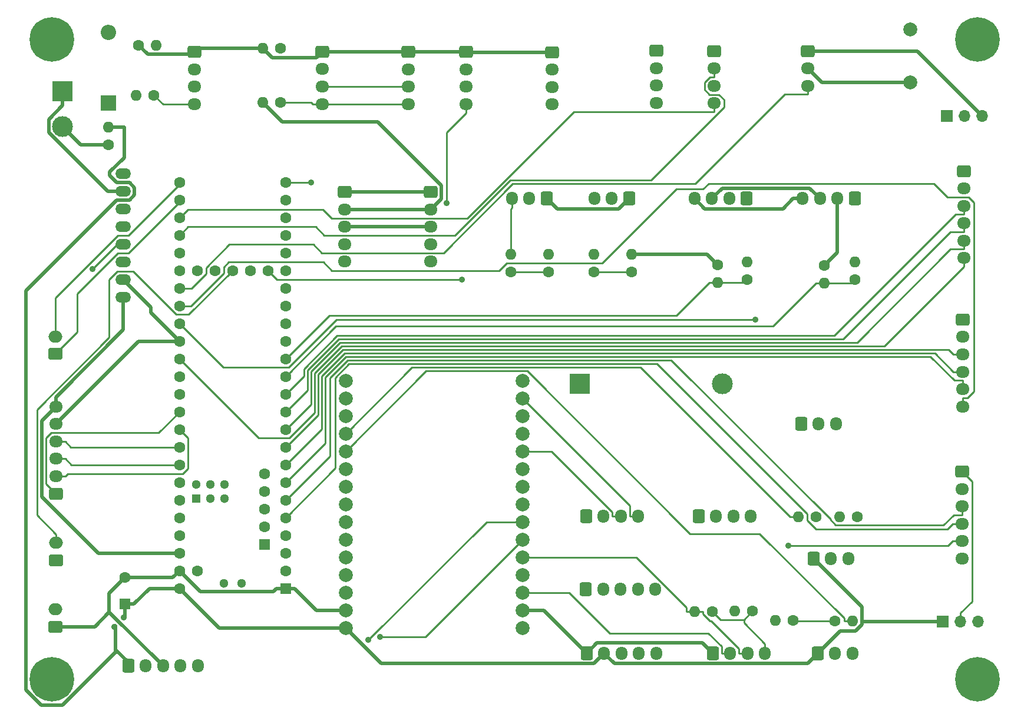
<source format=gtl>
%TF.GenerationSoftware,KiCad,Pcbnew,(6.0.5)*%
%TF.CreationDate,2022-06-17T21:53:16+02:00*%
%TF.ProjectId,Teensy_MainPCB,5465656e-7379-45f4-9d61-696e5043422e,rev?*%
%TF.SameCoordinates,Original*%
%TF.FileFunction,Copper,L1,Top*%
%TF.FilePolarity,Positive*%
%FSLAX46Y46*%
G04 Gerber Fmt 4.6, Leading zero omitted, Abs format (unit mm)*
G04 Created by KiCad (PCBNEW (6.0.5)) date 2022-06-17 21:53:16*
%MOMM*%
%LPD*%
G01*
G04 APERTURE LIST*
G04 Aperture macros list*
%AMRoundRect*
0 Rectangle with rounded corners*
0 $1 Rounding radius*
0 $2 $3 $4 $5 $6 $7 $8 $9 X,Y pos of 4 corners*
0 Add a 4 corners polygon primitive as box body*
4,1,4,$2,$3,$4,$5,$6,$7,$8,$9,$2,$3,0*
0 Add four circle primitives for the rounded corners*
1,1,$1+$1,$2,$3*
1,1,$1+$1,$4,$5*
1,1,$1+$1,$6,$7*
1,1,$1+$1,$8,$9*
0 Add four rect primitives between the rounded corners*
20,1,$1+$1,$2,$3,$4,$5,0*
20,1,$1+$1,$4,$5,$6,$7,0*
20,1,$1+$1,$6,$7,$8,$9,0*
20,1,$1+$1,$8,$9,$2,$3,0*%
G04 Aperture macros list end*
%TA.AperFunction,ComponentPad*%
%ADD10RoundRect,0.250000X-0.725000X0.600000X-0.725000X-0.600000X0.725000X-0.600000X0.725000X0.600000X0*%
%TD*%
%TA.AperFunction,ComponentPad*%
%ADD11O,1.950000X1.700000*%
%TD*%
%TA.AperFunction,ComponentPad*%
%ADD12RoundRect,0.250000X0.600000X0.725000X-0.600000X0.725000X-0.600000X-0.725000X0.600000X-0.725000X0*%
%TD*%
%TA.AperFunction,ComponentPad*%
%ADD13O,1.700000X1.950000*%
%TD*%
%TA.AperFunction,ComponentPad*%
%ADD14RoundRect,0.250000X0.725000X-0.600000X0.725000X0.600000X-0.725000X0.600000X-0.725000X-0.600000X0*%
%TD*%
%TA.AperFunction,ComponentPad*%
%ADD15C,1.600000*%
%TD*%
%TA.AperFunction,ComponentPad*%
%ADD16O,1.600000X1.600000*%
%TD*%
%TA.AperFunction,ComponentPad*%
%ADD17C,2.000000*%
%TD*%
%TA.AperFunction,ComponentPad*%
%ADD18RoundRect,0.250000X-0.600000X-0.725000X0.600000X-0.725000X0.600000X0.725000X-0.600000X0.725000X0*%
%TD*%
%TA.AperFunction,ConnectorPad*%
%ADD19C,6.400000*%
%TD*%
%TA.AperFunction,ComponentPad*%
%ADD20C,3.600000*%
%TD*%
%TA.AperFunction,CastellatedPad*%
%ADD21R,3.000000X3.000000*%
%TD*%
%TA.AperFunction,ComponentPad*%
%ADD22C,3.000000*%
%TD*%
%TA.AperFunction,ComponentPad*%
%ADD23O,2.268000X1.524000*%
%TD*%
%TA.AperFunction,ComponentPad*%
%ADD24RoundRect,0.250000X0.750000X-0.600000X0.750000X0.600000X-0.750000X0.600000X-0.750000X-0.600000X0*%
%TD*%
%TA.AperFunction,ComponentPad*%
%ADD25O,2.000000X1.700000*%
%TD*%
%TA.AperFunction,ComponentPad*%
%ADD26R,3.000000X3.000000*%
%TD*%
%TA.AperFunction,ComponentPad*%
%ADD27R,1.600000X1.600000*%
%TD*%
%TA.AperFunction,ComponentPad*%
%ADD28R,1.300000X1.300000*%
%TD*%
%TA.AperFunction,ComponentPad*%
%ADD29C,1.300000*%
%TD*%
%TA.AperFunction,ComponentPad*%
%ADD30O,2.200000X2.200000*%
%TD*%
%TA.AperFunction,ComponentPad*%
%ADD31R,2.200000X2.200000*%
%TD*%
%TA.AperFunction,ComponentPad*%
%ADD32R,1.700000X1.700000*%
%TD*%
%TA.AperFunction,ComponentPad*%
%ADD33O,1.700000X1.700000*%
%TD*%
%TA.AperFunction,ViaPad*%
%ADD34C,0.889000*%
%TD*%
%TA.AperFunction,Conductor*%
%ADD35C,0.508000*%
%TD*%
%TA.AperFunction,Conductor*%
%ADD36C,0.254000*%
%TD*%
G04 APERTURE END LIST*
D10*
X102515000Y-39790000D03*
D11*
X102515000Y-42290000D03*
X102515000Y-44790000D03*
X102515000Y-47290000D03*
D10*
X138160000Y-39660000D03*
D11*
X138160000Y-42160000D03*
X138160000Y-44660000D03*
X138160000Y-47160000D03*
D10*
X129825000Y-39620000D03*
D11*
X129825000Y-42120000D03*
X129825000Y-44620000D03*
X129825000Y-47120000D03*
D12*
X114089800Y-60828700D03*
D13*
X111589800Y-60828700D03*
X109089800Y-60828700D03*
D12*
X125950000Y-60850000D03*
D13*
X123450000Y-60850000D03*
X120950000Y-60850000D03*
D10*
X63450000Y-39780000D03*
D11*
X63450000Y-42280000D03*
X63450000Y-44780000D03*
X63450000Y-47280000D03*
D10*
X81820000Y-39750000D03*
D11*
X81820000Y-42250000D03*
X81820000Y-44750000D03*
X81820000Y-47250000D03*
D14*
X43535000Y-103300000D03*
D11*
X43535000Y-100800000D03*
X43535000Y-98300000D03*
X43535000Y-95800000D03*
X43535000Y-93300000D03*
X43535000Y-90800000D03*
D15*
X142850000Y-72515000D03*
D16*
X142850000Y-69975000D03*
D15*
X158380000Y-72560000D03*
D16*
X158380000Y-70020000D03*
D15*
X108950000Y-71395000D03*
D16*
X108950000Y-68855000D03*
D15*
X120910000Y-71405000D03*
D16*
X120910000Y-68865000D03*
D17*
X166340000Y-44159840D03*
X166340000Y-36560160D03*
D18*
X53950000Y-128075000D03*
D13*
X56450000Y-128075000D03*
X58950000Y-128075000D03*
X61450000Y-128075000D03*
X63950000Y-128075000D03*
D18*
X137945000Y-126270000D03*
D13*
X140445000Y-126270000D03*
X142945000Y-126270000D03*
X145445000Y-126270000D03*
D15*
X153960000Y-70500000D03*
D16*
X153960000Y-73040000D03*
D15*
X126320000Y-71435000D03*
D16*
X126320000Y-68895000D03*
D19*
X43010000Y-37940000D03*
D20*
X43010000Y-37940000D03*
D19*
X176000000Y-38000000D03*
D20*
X176000000Y-38000000D03*
X176000000Y-130000000D03*
D19*
X176000000Y-130000000D03*
X43000000Y-130000000D03*
D20*
X43000000Y-130000000D03*
D10*
X174075000Y-56900000D03*
D11*
X174075000Y-59400000D03*
X174075000Y-61900000D03*
X174075000Y-64400000D03*
X174075000Y-66900000D03*
X174075000Y-69400000D03*
D17*
X85200000Y-87080000D03*
X85200000Y-89620000D03*
X85200000Y-92160000D03*
X85200000Y-94700000D03*
X85200000Y-97240000D03*
X85200000Y-99780000D03*
X85200000Y-102320000D03*
X85200000Y-104860000D03*
X85200000Y-107400000D03*
X85200000Y-109940000D03*
X85200000Y-112480000D03*
X85200000Y-115020000D03*
X85200000Y-117560000D03*
X85200000Y-120100000D03*
X85200000Y-122640000D03*
X110600000Y-122640000D03*
X110600000Y-120100000D03*
X110600000Y-117560000D03*
X110600000Y-115020000D03*
X110600000Y-112480000D03*
X110600000Y-109940000D03*
X110600000Y-107400000D03*
X110600000Y-104860000D03*
X110600000Y-102320000D03*
X110600000Y-99780000D03*
X110600000Y-97240000D03*
X110600000Y-94700000D03*
X110600000Y-92160000D03*
X110600000Y-89620000D03*
X110600000Y-87080000D03*
D21*
X44550000Y-45440000D03*
D22*
X44550000Y-50520000D03*
D12*
X142830000Y-60855000D03*
D13*
X140330000Y-60855000D03*
X137830000Y-60855000D03*
X135330000Y-60855000D03*
D12*
X158370000Y-60850000D03*
D13*
X155870000Y-60850000D03*
X153370000Y-60850000D03*
X150870000Y-60850000D03*
D10*
X114855000Y-39800000D03*
D11*
X114855000Y-42300000D03*
X114855000Y-44800000D03*
X114855000Y-47300000D03*
D15*
X57665000Y-45980000D03*
D16*
X55125000Y-45980000D03*
D15*
X75795000Y-47030000D03*
D16*
X73255000Y-47030000D03*
X51130000Y-50600000D03*
D15*
X51130000Y-53140000D03*
X75865000Y-39270000D03*
D16*
X73325000Y-39270000D03*
D15*
X138640000Y-70420000D03*
D16*
X138640000Y-72960000D03*
D15*
X114350000Y-71445000D03*
D16*
X114350000Y-68905000D03*
D23*
X53235900Y-75062100D03*
X53235900Y-72522100D03*
X53235900Y-69982100D03*
X53235900Y-67442100D03*
X53235900Y-64902100D03*
X53235900Y-62362100D03*
X53235900Y-59822100D03*
X53235900Y-57282100D03*
D10*
X151575000Y-39630000D03*
D11*
X151575000Y-42130000D03*
X151575000Y-44630000D03*
D24*
X43510000Y-83190000D03*
D25*
X43510000Y-80690000D03*
D26*
X118807600Y-87490000D03*
D22*
X139297600Y-87490000D03*
D18*
X150670000Y-93285000D03*
D13*
X153170000Y-93285000D03*
X155670000Y-93285000D03*
D18*
X119845000Y-126265000D03*
D13*
X122345000Y-126265000D03*
X124845000Y-126265000D03*
X127345000Y-126265000D03*
X129845000Y-126265000D03*
D18*
X152455000Y-112615000D03*
D13*
X154955000Y-112615000D03*
X157455000Y-112615000D03*
D24*
X43565000Y-112880000D03*
D25*
X43565000Y-110380000D03*
D18*
X153035000Y-126325000D03*
D13*
X155535000Y-126325000D03*
X158035000Y-126325000D03*
D18*
X135915000Y-106525000D03*
D13*
X138415000Y-106525000D03*
X140915000Y-106525000D03*
X143415000Y-106525000D03*
D10*
X97430000Y-59910000D03*
D11*
X97430000Y-62410000D03*
X97430000Y-64910000D03*
X97430000Y-67410000D03*
X97430000Y-69910000D03*
D10*
X173820000Y-100120000D03*
D11*
X173820000Y-102620000D03*
X173820000Y-105120000D03*
X173820000Y-107620000D03*
X173820000Y-110120000D03*
X173820000Y-112620000D03*
D15*
X158695000Y-106625000D03*
D16*
X156155000Y-106625000D03*
D15*
X149485000Y-121540000D03*
D16*
X146945000Y-121540000D03*
D10*
X173920000Y-78270000D03*
D11*
X173920000Y-80770000D03*
X173920000Y-83270000D03*
X173920000Y-85770000D03*
X173920000Y-88270000D03*
X173920000Y-90770000D03*
D18*
X119735000Y-106565000D03*
D13*
X122235000Y-106565000D03*
X124735000Y-106565000D03*
X127235000Y-106565000D03*
D15*
X152775000Y-106655000D03*
D16*
X150235000Y-106655000D03*
D15*
X155470000Y-121600000D03*
D16*
X158010000Y-121600000D03*
D15*
X143650000Y-120210000D03*
D16*
X141110000Y-120210000D03*
D15*
X137910000Y-120270000D03*
D16*
X135370000Y-120270000D03*
D27*
X76570000Y-116945000D03*
D15*
X76570000Y-114405000D03*
X76570000Y-111865000D03*
X76570000Y-109325000D03*
X76570000Y-106785000D03*
X76570000Y-104245000D03*
X76570000Y-101705000D03*
X76570000Y-99165000D03*
X76570000Y-96625000D03*
X76570000Y-94085000D03*
X76570000Y-91545000D03*
X76570000Y-89005000D03*
X76570000Y-86465000D03*
X76570000Y-83925000D03*
X76570000Y-81385000D03*
X76570000Y-78845000D03*
X76570000Y-76305000D03*
X76570000Y-73765000D03*
X76570000Y-71225000D03*
X76570000Y-68685000D03*
X76570000Y-66145000D03*
X76570000Y-63605000D03*
X76570000Y-61065000D03*
X76570000Y-58525000D03*
X61330000Y-58525000D03*
X61330000Y-61065000D03*
X61330000Y-63605000D03*
X61330000Y-66145000D03*
X61330000Y-68685000D03*
X61330000Y-71225000D03*
X61330000Y-73765000D03*
X61330000Y-76305000D03*
X61330000Y-78845000D03*
X61330000Y-81385000D03*
X61330000Y-83925000D03*
X61330000Y-86465000D03*
X61330000Y-89005000D03*
X61330000Y-91545000D03*
X61330000Y-94085000D03*
X61330000Y-96625000D03*
X61330000Y-99165000D03*
X61330000Y-101705000D03*
X61330000Y-104245000D03*
X61330000Y-106785000D03*
X61330000Y-109325000D03*
X61330000Y-111865000D03*
X61330000Y-114405000D03*
X61330000Y-116945000D03*
X63870000Y-114405000D03*
X74030000Y-71225000D03*
X71490000Y-71225000D03*
X68950000Y-71225000D03*
X66410000Y-71225000D03*
X63870000Y-71225000D03*
D27*
X73519200Y-110645800D03*
D15*
X73519200Y-108105800D03*
X73519200Y-105565800D03*
X73519200Y-103025800D03*
X73519200Y-100485800D03*
D28*
X63768400Y-103975000D03*
D29*
X65768400Y-103975000D03*
X67768400Y-103975000D03*
X67768400Y-101975000D03*
X65768400Y-101975000D03*
X63768400Y-101975000D03*
X67680000Y-116215000D03*
X70220000Y-116215000D03*
D30*
X51130000Y-36950000D03*
D31*
X51130000Y-47110000D03*
D10*
X94180000Y-39780000D03*
D11*
X94180000Y-42280000D03*
X94180000Y-44780000D03*
X94180000Y-47280000D03*
D15*
X55455000Y-38780000D03*
D16*
X57995000Y-38780000D03*
D32*
X171020000Y-121700000D03*
D33*
X173560000Y-121700000D03*
X176100000Y-121700000D03*
D32*
X171567000Y-48952500D03*
D33*
X174107000Y-48952500D03*
X176647000Y-48952500D03*
D10*
X85095000Y-59930000D03*
D11*
X85095000Y-62430000D03*
X85095000Y-64930000D03*
X85095000Y-67430000D03*
X85095000Y-69930000D03*
D18*
X119695000Y-117070000D03*
D13*
X122195000Y-117070000D03*
X124695000Y-117070000D03*
X127195000Y-117070000D03*
X129695000Y-117070000D03*
D24*
X43470000Y-122440000D03*
D25*
X43470000Y-119940000D03*
D27*
X53470000Y-119200000D03*
D15*
X53470000Y-115400000D03*
D34*
X53310666Y-121089334D03*
X51985310Y-122456642D03*
X80251500Y-58525000D03*
X144083600Y-78276900D03*
X101931300Y-72495000D03*
X90160700Y-123909900D03*
X88489000Y-124357200D03*
X148784300Y-110807500D03*
X99684900Y-61526200D03*
X48792100Y-70993700D03*
D35*
X51130000Y-50600000D02*
X53390000Y-50600000D01*
X53950000Y-127580000D02*
X52120000Y-125750000D01*
X53950000Y-128075000D02*
X53950000Y-127580000D01*
X52120000Y-126123213D02*
X52120000Y-125750000D01*
X52120000Y-125750000D02*
X52120000Y-122321952D01*
X53470000Y-120930000D02*
X53310666Y-121089334D01*
X53470000Y-120500000D02*
X53470000Y-120930000D01*
X53470000Y-119200000D02*
X53470000Y-120500000D01*
X52120000Y-122321952D02*
X51985310Y-122456642D01*
X44535702Y-133707511D02*
X52120000Y-126123213D01*
X41464298Y-133707511D02*
X44535702Y-133707511D01*
X39292489Y-131535702D02*
X41464298Y-133707511D01*
X39292489Y-74127511D02*
X39292489Y-131535702D01*
X54133752Y-61091620D02*
X52328380Y-61091620D01*
X52328380Y-61091620D02*
X39292489Y-74127511D01*
X54877420Y-60347952D02*
X54133752Y-61091620D01*
X54877420Y-59296248D02*
X54877420Y-60347952D01*
X54133752Y-58552580D02*
X54877420Y-59296248D01*
X52338048Y-58552580D02*
X54133752Y-58552580D01*
X51303632Y-57518164D02*
X52338048Y-58552580D01*
X51303632Y-57046996D02*
X51303632Y-57518164D01*
X53390000Y-54960628D02*
X51303632Y-57046996D01*
X53390000Y-50600000D02*
X53390000Y-54960628D01*
X119845000Y-126265000D02*
X113680000Y-120100000D01*
X121332800Y-124777200D02*
X119845000Y-126265000D01*
X137945000Y-126270000D02*
X136452200Y-124777200D01*
X166340000Y-44159800D02*
X153604800Y-44159800D01*
X153960000Y-70500000D02*
X155870000Y-68590000D01*
X155870000Y-68590000D02*
X155870000Y-60850000D01*
X153604800Y-44159800D02*
X151575000Y-42130000D01*
D36*
X174075000Y-69400000D02*
X174075000Y-70631300D01*
X72703600Y-95298600D02*
X61330000Y-83925000D01*
X77086000Y-95298600D02*
X72703600Y-95298600D01*
X80708300Y-91676300D02*
X77086000Y-95298600D01*
X80708300Y-85978700D02*
X80708300Y-91676300D01*
X84616600Y-82070400D02*
X80708300Y-85978700D01*
X162635900Y-82070400D02*
X84616600Y-82070400D01*
X174075000Y-70631300D02*
X162635900Y-82070400D01*
X174555200Y-89538700D02*
X173920000Y-89538700D01*
X175476200Y-88617700D02*
X174555200Y-89538700D01*
X175476200Y-61398600D02*
X175476200Y-88617700D01*
X174727600Y-60650000D02*
X175476200Y-61398600D01*
X171677800Y-60650000D02*
X174727600Y-60650000D01*
X169748200Y-58720400D02*
X171677800Y-60650000D01*
X137353900Y-58720400D02*
X169748200Y-58720400D01*
X136575700Y-59498600D02*
X137353900Y-58720400D01*
X132744900Y-59498600D02*
X136575700Y-59498600D01*
X122068500Y-70175000D02*
X132744900Y-59498600D01*
X108315800Y-70175000D02*
X122068500Y-70175000D01*
X107282100Y-71208700D02*
X108315800Y-70175000D01*
X83223900Y-71208700D02*
X107282100Y-71208700D01*
X82031200Y-70016000D02*
X83223900Y-71208700D01*
X68399700Y-70016000D02*
X82031200Y-70016000D01*
X67680000Y-70735700D02*
X68399700Y-70016000D01*
X67680000Y-71625700D02*
X67680000Y-70735700D01*
X63000700Y-76305000D02*
X67680000Y-71625700D01*
X61330000Y-76305000D02*
X63000700Y-76305000D01*
X173920000Y-90770000D02*
X173920000Y-89538700D01*
X76570000Y-58525000D02*
X80251500Y-58525000D01*
X175236600Y-101536600D02*
X173820000Y-100120000D01*
X175236600Y-118792100D02*
X175236600Y-101536600D01*
X173560000Y-120468700D02*
X175236600Y-118792100D01*
X173560000Y-121700000D02*
X173560000Y-120468700D01*
X158010000Y-121600000D02*
X156828700Y-121600000D01*
X156828700Y-121230800D02*
X156828700Y-121600000D01*
X144657400Y-109059500D02*
X156828700Y-121230800D01*
X134659700Y-109059500D02*
X144657400Y-109059500D01*
X111272600Y-85672400D02*
X134659700Y-109059500D01*
X96767600Y-85672400D02*
X111272600Y-85672400D01*
X85200000Y-97240000D02*
X96767600Y-85672400D01*
X94742700Y-85157300D02*
X85200000Y-94700000D01*
X127556000Y-85157300D02*
X94742700Y-85157300D01*
X149053700Y-106655000D02*
X127556000Y-85157300D01*
X150235000Y-106655000D02*
X149053700Y-106655000D01*
X142945000Y-126270000D02*
X141713700Y-126270000D01*
X134188700Y-119694000D02*
X134188700Y-120270000D01*
X126974700Y-112480000D02*
X134188700Y-119694000D01*
X110600000Y-112480000D02*
X126974700Y-112480000D01*
X135370000Y-120270000D02*
X136551300Y-120270000D01*
X141713700Y-125634800D02*
X141713700Y-126270000D01*
X137740700Y-121661800D02*
X141713700Y-125634800D01*
X137591800Y-121661800D02*
X137740700Y-121661800D01*
X136551300Y-120621300D02*
X137591800Y-121661800D01*
X136551300Y-120270000D02*
X136551300Y-120621300D01*
X135370000Y-120270000D02*
X134188700Y-120270000D01*
X117304000Y-117560000D02*
X110600000Y-117560000D01*
X123138700Y-123394700D02*
X117304000Y-117560000D01*
X137338800Y-123394700D02*
X123138700Y-123394700D01*
X139213700Y-125269600D02*
X137338800Y-123394700D01*
X139213700Y-126270000D02*
X139213700Y-125269600D01*
X140445000Y-126270000D02*
X139213700Y-126270000D01*
X145445000Y-126270000D02*
X145445000Y-124913700D01*
X142439200Y-121907900D02*
X145445000Y-124913700D01*
X142439200Y-121420800D02*
X142439200Y-121907900D01*
X139060800Y-121420800D02*
X142439200Y-121420800D01*
X137910000Y-120270000D02*
X139060800Y-121420800D01*
X142439200Y-121420800D02*
X143650000Y-120210000D01*
X149545000Y-121600000D02*
X149485000Y-121540000D01*
X155470000Y-121600000D02*
X149545000Y-121600000D01*
X40835000Y-106418700D02*
X43565000Y-109148700D01*
X40835000Y-91223500D02*
X40835000Y-106418700D01*
X51213500Y-80845000D02*
X40835000Y-91223500D01*
X51213500Y-72515900D02*
X51213500Y-80845000D01*
X52382700Y-71346700D02*
X51213500Y-72515900D01*
X54644500Y-71346700D02*
X52382700Y-71346700D01*
X60811200Y-77513400D02*
X54644500Y-71346700D01*
X62661600Y-77513400D02*
X60811200Y-77513400D01*
X68950000Y-71225000D02*
X62661600Y-77513400D01*
X43565000Y-110380000D02*
X43565000Y-109148700D01*
X108950000Y-62324800D02*
X109089800Y-62185000D01*
X108950000Y-68855000D02*
X108950000Y-62324800D01*
X109089800Y-60828700D02*
X109089800Y-62185000D01*
D35*
X47170000Y-53140000D02*
X44550000Y-50520000D01*
X51130000Y-53140000D02*
X47170000Y-53140000D01*
D36*
X114794300Y-97240000D02*
X110600000Y-97240000D01*
X123503700Y-105949400D02*
X114794300Y-97240000D01*
X123503700Y-106565000D02*
X123503700Y-105949400D01*
X124735000Y-106565000D02*
X123503700Y-106565000D01*
X126003700Y-105023700D02*
X110600000Y-89620000D01*
X126003700Y-106565000D02*
X126003700Y-105023700D01*
X127235000Y-106565000D02*
X126003700Y-106565000D01*
X83888700Y-78276900D02*
X144083600Y-78276900D01*
X77043600Y-85122000D02*
X83888700Y-78276900D01*
X67607000Y-85122000D02*
X77043600Y-85122000D01*
X61330000Y-78845000D02*
X67607000Y-85122000D01*
X75300000Y-72495000D02*
X101931300Y-72495000D01*
X74030000Y-71225000D02*
X75300000Y-72495000D01*
X96630100Y-123909900D02*
X110600000Y-109940000D01*
X90160700Y-123909900D02*
X96630100Y-123909900D01*
X105446200Y-107400000D02*
X110600000Y-107400000D01*
X88489000Y-124357200D02*
X105446200Y-107400000D01*
X142405000Y-72960000D02*
X142850000Y-72515000D01*
X138640000Y-72960000D02*
X142405000Y-72960000D01*
X138640000Y-72960000D02*
X137458700Y-72960000D01*
X132760200Y-77658500D02*
X137458700Y-72960000D01*
X82836500Y-77658500D02*
X132760200Y-77658500D01*
X76570000Y-83925000D02*
X82836500Y-77658500D01*
X157900000Y-73040000D02*
X153960000Y-73040000D01*
X158380000Y-72560000D02*
X157900000Y-73040000D01*
X153960000Y-73040000D02*
X152778700Y-73040000D01*
X146602000Y-79216700D02*
X152778700Y-73040000D01*
X83818300Y-79216700D02*
X146602000Y-79216700D01*
X76570000Y-86465000D02*
X83818300Y-79216700D01*
X173820000Y-110120000D02*
X172463700Y-110120000D01*
X171776200Y-110807500D02*
X148784300Y-110807500D01*
X172463700Y-110120000D02*
X171776200Y-110807500D01*
X102515000Y-47290000D02*
X102515000Y-48521300D01*
X99684900Y-51351400D02*
X102515000Y-48521300D01*
X99684900Y-61526200D02*
X99684900Y-51351400D01*
X61330000Y-61364300D02*
X61330000Y-61065000D01*
X53982200Y-68712100D02*
X61330000Y-61364300D01*
X52496100Y-68712100D02*
X53982200Y-68712100D01*
X46646900Y-74561300D02*
X52496100Y-68712100D01*
X46646900Y-80053100D02*
X46646900Y-74561300D01*
X43510000Y-83190000D02*
X46646900Y-80053100D01*
X173920000Y-88270000D02*
X173920000Y-87038700D01*
X82233300Y-96041700D02*
X76570000Y-101705000D01*
X82233300Y-86610100D02*
X82233300Y-96041700D01*
X85248100Y-83595300D02*
X82233300Y-86610100D01*
X169245300Y-83595300D02*
X85248100Y-83595300D01*
X172688700Y-87038700D02*
X169245300Y-83595300D01*
X173920000Y-87038700D02*
X172688700Y-87038700D01*
D35*
X102505000Y-39780000D02*
X102515000Y-39790000D01*
X94180000Y-39780000D02*
X102505000Y-39780000D01*
X102525000Y-39800000D02*
X102515000Y-39790000D01*
X114855000Y-39800000D02*
X102525000Y-39800000D01*
X41507200Y-92827800D02*
X43535000Y-90800000D01*
X41507200Y-103720500D02*
X41507200Y-92827800D01*
X49651700Y-111865000D02*
X41507200Y-103720500D01*
X61330000Y-111865000D02*
X49651700Y-111865000D01*
X94150000Y-39750000D02*
X94180000Y-39780000D01*
X81820000Y-39750000D02*
X94150000Y-39750000D01*
X53235900Y-79740800D02*
X43535000Y-89441700D01*
X53235900Y-75062100D02*
X53235900Y-79740800D01*
X43535000Y-90800000D02*
X43535000Y-89441700D01*
X95926700Y-62430000D02*
X95946700Y-62410000D01*
X86578300Y-62430000D02*
X95926700Y-62430000D01*
X85095000Y-62430000D02*
X86578300Y-62430000D01*
X96688400Y-62410000D02*
X95946700Y-62410000D01*
X96688400Y-62410000D02*
X97430000Y-62410000D01*
X76062600Y-49837600D02*
X73255000Y-47030000D01*
X89802500Y-49837600D02*
X76062600Y-49837600D01*
X98918900Y-58954000D02*
X89802500Y-49837600D01*
X98918900Y-60921100D02*
X98918900Y-58954000D01*
X97430000Y-62410000D02*
X98918900Y-60921100D01*
X136815300Y-62340300D02*
X135330000Y-60855000D01*
X148021400Y-62340300D02*
X136815300Y-62340300D01*
X149511700Y-60850000D02*
X148021400Y-62340300D01*
X150870000Y-60850000D02*
X149511700Y-60850000D01*
X80963800Y-40606200D02*
X81820000Y-39750000D01*
X74661200Y-40606200D02*
X80963800Y-40606200D01*
X73325000Y-39270000D02*
X74661200Y-40606200D01*
X167324500Y-39630000D02*
X176647000Y-48952500D01*
X151575000Y-39630000D02*
X167324500Y-39630000D01*
X63960000Y-39270000D02*
X63450000Y-39780000D01*
X73325000Y-39270000D02*
X63960000Y-39270000D01*
X56781700Y-40106700D02*
X55455000Y-38780000D01*
X63123300Y-40106700D02*
X56781700Y-40106700D01*
X63450000Y-39780000D02*
X63123300Y-40106700D01*
X97410000Y-59930000D02*
X97430000Y-59910000D01*
X85095000Y-59930000D02*
X97410000Y-59930000D01*
X57033300Y-116945000D02*
X54778300Y-119200000D01*
X61330000Y-116945000D02*
X57033300Y-116945000D01*
X53470000Y-119200000D02*
X54778300Y-119200000D01*
X115594500Y-62333400D02*
X114089800Y-60828700D01*
X124466600Y-62333400D02*
X115594500Y-62333400D01*
X125950000Y-60850000D02*
X124466600Y-62333400D01*
X67025000Y-122640000D02*
X85200000Y-122640000D01*
X61330000Y-116945000D02*
X67025000Y-122640000D01*
X120855600Y-127754400D02*
X122345000Y-126265000D01*
X90314400Y-127754400D02*
X120855600Y-127754400D01*
X85200000Y-122640000D02*
X90314400Y-127754400D01*
X151596900Y-127763100D02*
X153035000Y-126325000D01*
X123843100Y-127763100D02*
X151596900Y-127763100D01*
X122345000Y-126265000D02*
X123843100Y-127763100D01*
X171020000Y-121700000D02*
X169661700Y-121700000D01*
X159393400Y-121700000D02*
X169661700Y-121700000D01*
X159393400Y-119553400D02*
X159393400Y-121700000D01*
X152455000Y-112615000D02*
X159393400Y-119553400D01*
X156301700Y-123058300D02*
X153035000Y-126325000D01*
X158459700Y-123058300D02*
X156301700Y-123058300D01*
X159393400Y-122124600D02*
X158459700Y-123058300D01*
X159393400Y-121700000D02*
X159393400Y-122124600D01*
X151886600Y-59366600D02*
X153370000Y-60850000D01*
X139318400Y-59366600D02*
X151886600Y-59366600D01*
X137830000Y-60855000D02*
X139318400Y-59366600D01*
D36*
X43535000Y-95800000D02*
X44891300Y-95800000D01*
X45716300Y-96625000D02*
X61330000Y-96625000D01*
X44891300Y-95800000D02*
X45716300Y-96625000D01*
X52343700Y-67442100D02*
X48792100Y-70993700D01*
X53235900Y-67442100D02*
X52343700Y-67442100D01*
X45756300Y-99165000D02*
X44891300Y-98300000D01*
X61330000Y-99165000D02*
X45756300Y-99165000D01*
X43535000Y-98300000D02*
X44891300Y-98300000D01*
X58965000Y-47280000D02*
X63450000Y-47280000D01*
X57665000Y-45980000D02*
X58965000Y-47280000D01*
X43510000Y-75108000D02*
X43510000Y-80690000D01*
X52445900Y-66172100D02*
X43510000Y-75108000D01*
X53955000Y-66172100D02*
X52445900Y-66172100D01*
X61330000Y-58797100D02*
X53955000Y-66172100D01*
X61330000Y-58525000D02*
X61330000Y-58797100D01*
X120940000Y-71435000D02*
X120910000Y-71405000D01*
X126320000Y-71435000D02*
X120940000Y-71435000D01*
X114300000Y-71395000D02*
X114350000Y-71445000D01*
X108950000Y-71395000D02*
X114300000Y-71395000D01*
X151575000Y-44630000D02*
X151575000Y-45861300D01*
X63009500Y-73765000D02*
X61330000Y-73765000D01*
X65140000Y-71634500D02*
X63009500Y-73765000D01*
X65140000Y-70815300D02*
X65140000Y-71634500D01*
X68488300Y-67467000D02*
X65140000Y-70815300D01*
X80552300Y-67467000D02*
X68488300Y-67467000D01*
X81763900Y-68678600D02*
X80552300Y-67467000D01*
X99248300Y-68678600D02*
X81763900Y-68678600D01*
X109195700Y-58731200D02*
X99248300Y-68678600D01*
X135420700Y-58731200D02*
X109195700Y-58731200D01*
X148290600Y-45861300D02*
X135420700Y-58731200D01*
X151575000Y-45861300D02*
X148290600Y-45861300D01*
X137524800Y-43391300D02*
X138160000Y-43391300D01*
X136767900Y-44148200D02*
X137524800Y-43391300D01*
X136767900Y-45173600D02*
X136767900Y-44148200D01*
X137504300Y-45910000D02*
X136767900Y-45173600D01*
X138831900Y-45910000D02*
X137504300Y-45910000D01*
X139564800Y-46642900D02*
X138831900Y-45910000D01*
X139564800Y-47744200D02*
X139564800Y-46642900D01*
X129086200Y-58222800D02*
X139564800Y-47744200D01*
X108873500Y-58222800D02*
X129086200Y-58222800D01*
X100917700Y-66178600D02*
X108873500Y-58222800D01*
X82141700Y-66178600D02*
X100917700Y-66178600D01*
X80902600Y-64939500D02*
X82141700Y-66178600D01*
X62535500Y-64939500D02*
X80902600Y-64939500D01*
X61330000Y-66145000D02*
X62535500Y-64939500D01*
X138160000Y-42160000D02*
X138160000Y-43391300D01*
X117986000Y-48391300D02*
X138160000Y-48391300D01*
X102698800Y-63678500D02*
X117986000Y-48391300D01*
X83217700Y-63678500D02*
X102698800Y-63678500D01*
X81941200Y-62402000D02*
X83217700Y-63678500D01*
X62533000Y-62402000D02*
X81941200Y-62402000D01*
X61330000Y-63605000D02*
X62533000Y-62402000D01*
X138160000Y-47160000D02*
X138160000Y-48391300D01*
X174075000Y-66900000D02*
X174075000Y-68131300D01*
X80200000Y-90455000D02*
X76570000Y-94085000D01*
X80200000Y-85768200D02*
X80200000Y-90455000D01*
X84406100Y-81562100D02*
X80200000Y-85768200D01*
X158694100Y-81562100D02*
X84406100Y-81562100D01*
X172124900Y-68131300D02*
X158694100Y-81562100D01*
X174075000Y-68131300D02*
X172124900Y-68131300D01*
X174075000Y-64400000D02*
X174075000Y-65631300D01*
X79691700Y-88423300D02*
X76570000Y-91545000D01*
X79691700Y-85557700D02*
X79691700Y-88423300D01*
X84195600Y-81053800D02*
X79691700Y-85557700D01*
X156702400Y-81053800D02*
X84195600Y-81053800D01*
X172124900Y-65631300D02*
X156702400Y-81053800D01*
X174075000Y-65631300D02*
X172124900Y-65631300D01*
X174075000Y-61900000D02*
X174075000Y-63131300D01*
X79183400Y-86391600D02*
X76570000Y-89005000D01*
X79183400Y-85347200D02*
X79183400Y-86391600D01*
X83985100Y-80545500D02*
X79183400Y-85347200D01*
X155429500Y-80545500D02*
X83985100Y-80545500D01*
X172843700Y-63131300D02*
X155429500Y-80545500D01*
X174075000Y-63131300D02*
X172843700Y-63131300D01*
X173920000Y-85770000D02*
X172563700Y-85770000D01*
X81724900Y-94010100D02*
X76570000Y-99165000D01*
X81724900Y-86399700D02*
X81724900Y-94010100D01*
X85037600Y-83087000D02*
X81724900Y-86399700D01*
X169880700Y-83087000D02*
X85037600Y-83087000D01*
X172563700Y-85770000D02*
X169880700Y-83087000D01*
X173920000Y-83270000D02*
X172563700Y-83270000D01*
X81216600Y-91978400D02*
X76570000Y-96625000D01*
X81216600Y-86189200D02*
X81216600Y-91978400D01*
X84827100Y-82578700D02*
X81216600Y-86189200D01*
X171872400Y-82578700D02*
X84827100Y-82578700D01*
X172563700Y-83270000D02*
X171872400Y-82578700D01*
X173820000Y-107620000D02*
X172463700Y-107620000D01*
X171697200Y-108386500D02*
X172463700Y-107620000D01*
X152771400Y-108386500D02*
X171697200Y-108386500D01*
X151505000Y-107120100D02*
X152771400Y-108386500D01*
X151505000Y-106247000D02*
X151505000Y-107120100D01*
X129896500Y-84638500D02*
X151505000Y-106247000D01*
X85684000Y-84638500D02*
X129896500Y-84638500D01*
X83704400Y-86618100D02*
X85684000Y-84638500D01*
X83704400Y-99650600D02*
X83704400Y-86618100D01*
X76570000Y-106785000D02*
X83704400Y-99650600D01*
X82921100Y-97893900D02*
X76570000Y-104245000D01*
X82921100Y-86641100D02*
X82921100Y-97893900D01*
X85458600Y-84103600D02*
X82921100Y-86641100D01*
X131992100Y-84103600D02*
X85458600Y-84103600D01*
X154883700Y-106995200D02*
X131992100Y-84103600D01*
X154883700Y-107099600D02*
X154883700Y-106995200D01*
X155613800Y-107829700D02*
X154883700Y-107099600D01*
X171110300Y-107829700D02*
X155613800Y-107829700D01*
X172588700Y-106351300D02*
X171110300Y-107829700D01*
X173820000Y-106351300D02*
X172588700Y-106351300D01*
X173820000Y-105120000D02*
X173820000Y-106351300D01*
D35*
X64311900Y-117386900D02*
X61330000Y-114405000D01*
X74819800Y-117386900D02*
X64311900Y-117386900D01*
X75261700Y-116945000D02*
X74819800Y-117386900D01*
X76570000Y-116945000D02*
X75261700Y-116945000D01*
X57192600Y-76478800D02*
X53235900Y-72522100D01*
X57192600Y-77247600D02*
X57192600Y-76478800D01*
X61330000Y-81385000D02*
X57192600Y-77247600D01*
X113680000Y-120100000D02*
X110600000Y-120100000D01*
X81033300Y-120100000D02*
X77878300Y-116945000D01*
X85200000Y-120100000D02*
X81033300Y-120100000D01*
X76570000Y-116945000D02*
X77878300Y-116945000D01*
X136452200Y-124777200D02*
X121332800Y-124777200D01*
X55450000Y-81385000D02*
X61330000Y-81385000D01*
X43535000Y-93300000D02*
X55450000Y-81385000D01*
X85095000Y-64930000D02*
X86578300Y-64930000D01*
X86598300Y-64910000D02*
X97430000Y-64910000D01*
X86578300Y-64930000D02*
X86598300Y-64910000D01*
X137115000Y-68895000D02*
X126320000Y-68895000D01*
X138640000Y-70420000D02*
X137115000Y-68895000D01*
X60335000Y-115400000D02*
X53470000Y-115400000D01*
X61330000Y-114405000D02*
X60335000Y-115400000D01*
X51222400Y-117647600D02*
X51222400Y-120347400D01*
X53470000Y-115400000D02*
X51222400Y-117647600D01*
X49129800Y-122440000D02*
X51222400Y-120347400D01*
X43470000Y-122440000D02*
X49129800Y-122440000D01*
X51222400Y-120347400D02*
X58950000Y-128075000D01*
X42541700Y-49456600D02*
X44550000Y-47448300D01*
X42541700Y-51375600D02*
X42541700Y-49456600D01*
X50988200Y-59822100D02*
X42541700Y-51375600D01*
X53235900Y-59822100D02*
X50988200Y-59822100D01*
X44550000Y-45440000D02*
X44550000Y-47448300D01*
D36*
X62518500Y-95273500D02*
X61330000Y-94085000D01*
X62518500Y-99698100D02*
X62518500Y-95273500D01*
X61781600Y-100435000D02*
X62518500Y-99698100D01*
X45256300Y-100435000D02*
X61781600Y-100435000D01*
X44891300Y-100800000D02*
X45256300Y-100435000D01*
X43535000Y-100800000D02*
X44891300Y-100800000D01*
X83206300Y-44780000D02*
X83176300Y-44750000D01*
X94180000Y-44780000D02*
X83206300Y-44780000D01*
X81820000Y-44750000D02*
X83176300Y-44750000D01*
X42174300Y-101939300D02*
X43535000Y-103300000D01*
X42174300Y-95283300D02*
X42174300Y-101939300D01*
X42907600Y-94550000D02*
X42174300Y-95283300D01*
X58325000Y-94550000D02*
X42907600Y-94550000D01*
X61330000Y-91545000D02*
X58325000Y-94550000D01*
X80243700Y-47030000D02*
X80463700Y-47250000D01*
X75795000Y-47030000D02*
X80243700Y-47030000D01*
X81820000Y-47250000D02*
X80463700Y-47250000D01*
X83206300Y-47280000D02*
X83176300Y-47250000D01*
X94180000Y-47280000D02*
X83206300Y-47280000D01*
X81820000Y-47250000D02*
X83176300Y-47250000D01*
M02*

</source>
